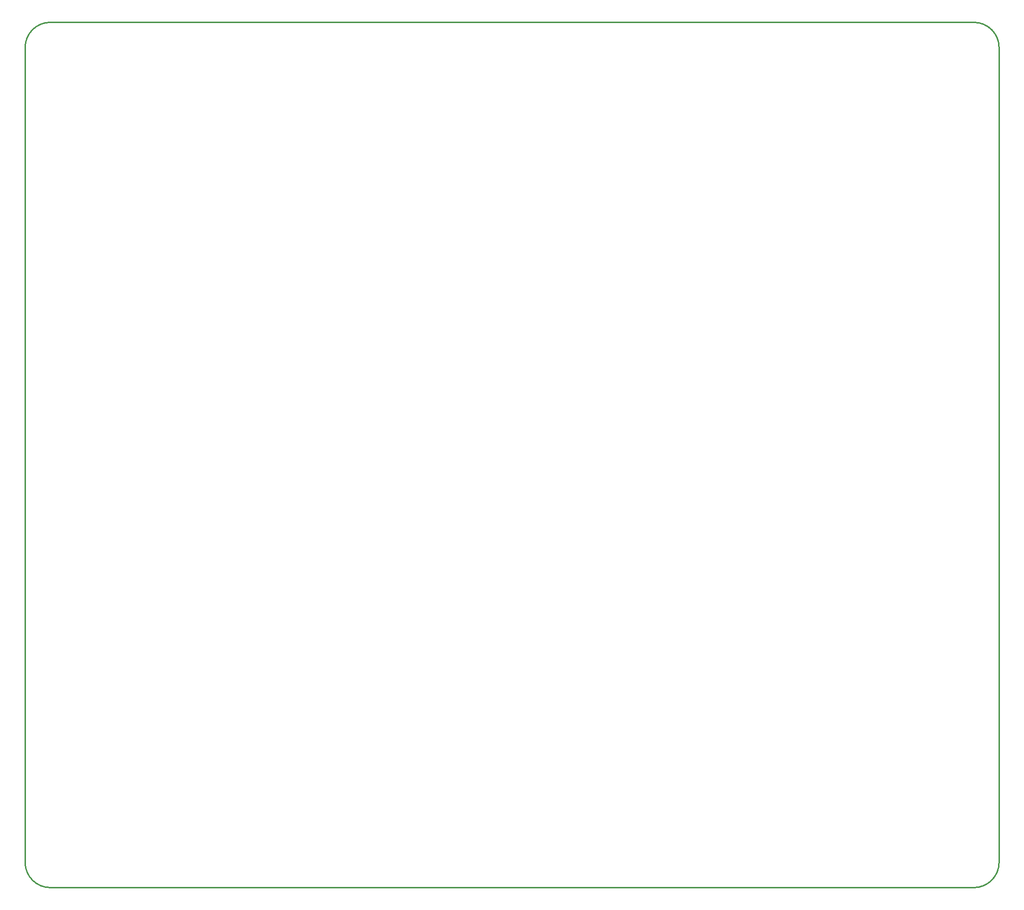
<source format=gko>
G04*
G04 #@! TF.GenerationSoftware,Altium Limited,Altium Designer,21.1.1 (26)*
G04*
G04 Layer_Color=16711935*
%FSLAX25Y25*%
%MOIN*%
G70*
G04*
G04 #@! TF.SameCoordinates,6EF8526F-0482-4719-AD29-3D8887788FD4*
G04*
G04*
G04 #@! TF.FilePolarity,Positive*
G04*
G01*
G75*
%ADD14C,0.01000*%
D14*
X117500Y700000D02*
G03*
X100000Y682500I0J-17500D01*
G01*
X775000D02*
G03*
X757500Y700000I-17500J0D01*
G01*
Y100000D02*
G03*
X775000Y117500I0J17500D01*
G01*
X100000D02*
G03*
X117500Y100000I17500J0D01*
G01*
X100000Y117500D02*
Y682500D01*
X117500Y700000D02*
X757500D01*
X775000Y117500D02*
Y682500D01*
X117500Y100000D02*
X757500D01*
M02*

</source>
